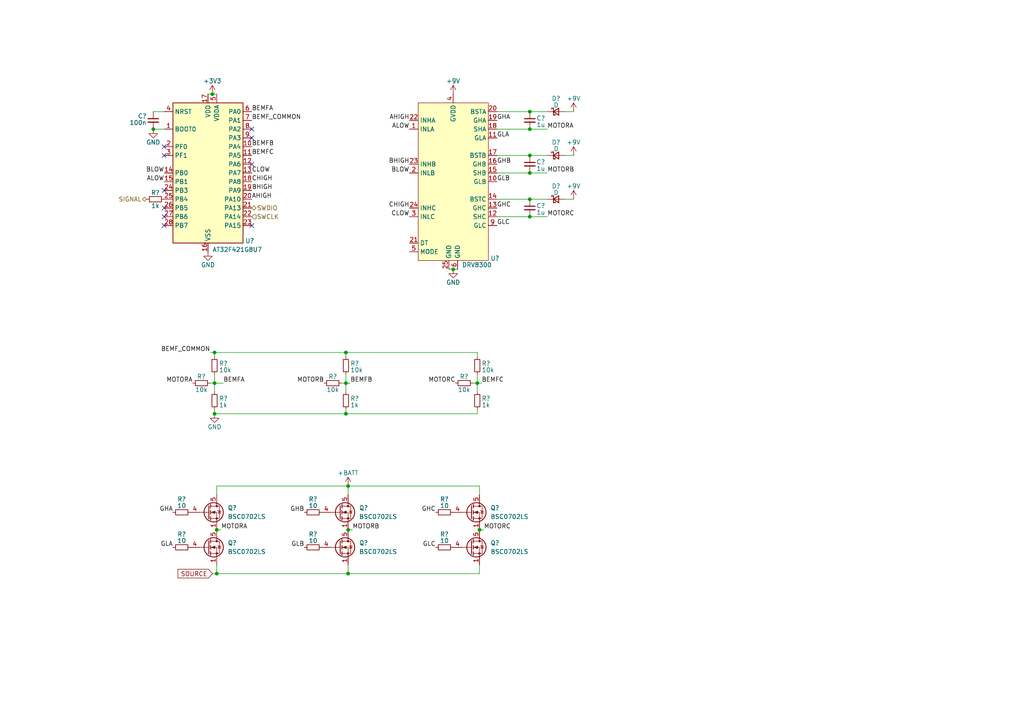
<source format=kicad_sch>
(kicad_sch (version 20230121) (generator eeschema)
  (paper "A4")
  (lib_symbols
    (symbol "Device:C_Small" (pin_numbers hide) (pin_names (offset 0.254) hide)
      (property "Reference" "C" (at 0.254 1.778 0))
      (property "Value" "C_Small" (at 0.254 -2.032 0))
      (symbol "C_Small_0_1"
        (polyline (pts (xy -1.524 -0.508) (xy 1.524 -0.508)) (stroke (width 0.3302)))
        (polyline (pts (xy -1.524 0.508) (xy 1.524 0.508)) (stroke (width 0.3048)))
      )
      (symbol "C_Small_1_1"
        (pin passive line (at 0 2.54 270) (length 2.032) (name "~") (number "1"))
        (pin passive line (at 0 -2.54 90) (length 2.032) (name "~") (number "2"))
      )
    )
    (symbol "Device:D_Schottky_Small" (pin_numbers hide) (pin_names (offset 0.254) hide)
      (property "Reference" "D" (at -1.27 2.032 0))
      (property "Value" "D_Schottky_Small" (at -7.112 -2.032 0))
      (symbol "D_Schottky_Small_0_1"
        (polyline (pts (xy -0.762 0) (xy 0.762 0)))
        (polyline (pts (xy 0.762 -1.016) (xy -0.762 0) (xy 0.762 1.016) (xy 0.762 -1.016)) (stroke (width 0.254)))
        (polyline (pts (xy -1.27 0.762) (xy -1.27 1.016) (xy -0.762 1.016) (xy -0.762 -1.016) (xy -0.254 -1.016) (xy -0.254 -0.762)) (stroke (width 0.254)))
      )
      (symbol "D_Schottky_Small_1_1"
        (pin passive line (at -2.54 0 0) (length 1.778) (name "K") (number "1"))
        (pin passive line (at 2.54 0 180) (length 1.778) (name "A") (number "2"))
      )
    )
    (symbol "Device:R_Small" (pin_numbers hide) (pin_names (offset 0.254) hide)
      (property "Reference" "R" (at 0.762 0.508 0))
      (property "Value" "R_Small" (at 0.762 -1.016 0))
      (symbol "R_Small_0_1"
        (rectangle (start -0.762 1.778) (end 0.762 -1.778) (stroke (width 0.2032)))
      )
      (symbol "R_Small_1_1"
        (pin passive line (at 0 2.54 270) (length 0.762) (name "~") (number "1"))
        (pin passive line (at 0 -2.54 90) (length 0.762) (name "~") (number "2"))
      )
    )
    (symbol "ESC:DRV8300"
      (property "Reference" "U" (at 5.08 22.225 0))
      (property "Value" "DRV8300" (at 5.08 20.32 0))
      (symbol "DRV8300_0_0"
        (pin input line (at -12.7 11.43 0) (length 2.54) (name "INLA") (number "1"))
        (pin output line (at 12.7 -3.81 180) (length 2.54) (name "GLB") (number "10"))
        (pin output line (at 12.7 8.89 180) (length 2.54) (name "GLA") (number "11"))
        (pin input line (at 12.7 -13.97 180) (length 2.54) (name "SHC") (number "12"))
        (pin output line (at 12.7 -11.43 180) (length 2.54) (name "GHC") (number "13"))
        (pin output line (at 12.7 -8.89 180) (length 2.54) (name "BSTC") (number "14"))
        (pin input line (at 12.7 -1.27 180) (length 2.54) (name "SHB") (number "15"))
        (pin output line (at 12.7 1.27 180) (length 2.54) (name "GHB") (number "16"))
        (pin output line (at 12.7 3.81 180) (length 2.54) (name "BSTB") (number "17"))
        (pin input line (at 12.7 11.43 180) (length 2.54) (name "SHA") (number "18"))
        (pin output line (at 12.7 13.97 180) (length 2.54) (name "GHA") (number "19"))
        (pin input line (at -12.7 -1.27 0) (length 2.54) (name "INLB") (number "2"))
        (pin output line (at 12.7 16.51 180) (length 2.54) (name "BSTA") (number "20"))
        (pin input line (at -12.7 -21.59 0) (length 2.54) (name "DT") (number "21"))
        (pin input line (at -12.7 13.97 0) (length 2.54) (name "INHA") (number "22"))
        (pin input line (at -12.7 1.27 0) (length 2.54) (name "INHB") (number "23"))
        (pin input line (at -12.7 -11.43 0) (length 2.54) (name "INHC") (number "24"))
        (pin power_in line (at -1.27 -29.21 90) (length 2.54) (name "GND") (number "25"))
        (pin input line (at -12.7 -13.97 0) (length 2.54) (name "INLC") (number "3"))
        (pin power_in line (at 0 21.59 270) (length 2.54) (name "GVDD") (number "4"))
        (pin input line (at -12.7 -24.13 0) (length 2.54) (name "MODE") (number "5"))
        (pin power_in line (at 1.27 -29.21 90) (length 2.54) (name "GND") (number "6"))
        (pin output line (at 12.7 -16.51 180) (length 2.54) (name "GLC") (number "9"))
      )
      (symbol "DRV8300_1_0"
        (pin no_connect line (at -12.065 -31.115 0) (length 2.54) hide (name "NC") (number "7"))
        (pin no_connect line (at -12.065 -33.655 0) (length 2.54) hide (name "NC") (number "8"))
      )
      (symbol "DRV8300_1_1"
        (rectangle (start -10.16 19.05) (end 10.16 -26.67) (fill (type background)))
      )
    )
    (symbol "MCU_ST_STM32F0:STM32F031G4Ux"
      (property "Reference" "U" (at -10.16 21.59 0))
      (property "Value" "STM32F031G4Ux" (at 5.08 21.59 0))
      (symbol "STM32F031G4Ux_0_1"
        (rectangle (start -10.16 -20.32) (end 10.16 20.32) (stroke (width 0.254)) (fill (type background)))
      )
      (symbol "STM32F031G4Ux_1_1"
        (pin input line (at -12.7 12.7 0) (length 2.54) (name "BOOT0") (number "1"))
        (pin bidirectional line (at 12.7 7.62 180) (length 2.54) (name "PA4") (number "10"))
        (pin bidirectional line (at 12.7 5.08 180) (length 2.54) (name "PA5") (number "11"))
        (pin bidirectional line (at 12.7 2.54 180) (length 2.54) (name "PA6") (number "12"))
        (pin bidirectional line (at 12.7 0 180) (length 2.54) (name "PA7") (number "13"))
        (pin bidirectional line (at -12.7 0 0) (length 2.54) (name "PB0") (number "14"))
        (pin bidirectional line (at -12.7 -2.54 0) (length 2.54) (name "PB1") (number "15"))
        (pin power_in line (at 0 -22.86 90) (length 2.54) (name "VSS") (number "16"))
        (pin power_in line (at 0 22.86 270) (length 2.54) (name "VDD") (number "17"))
        (pin bidirectional line (at 12.7 -2.54 180) (length 2.54) (name "PA8") (number "18"))
        (pin bidirectional line (at 12.7 -5.08 180) (length 2.54) (name "PA9") (number "19"))
        (pin bidirectional line (at -12.7 7.62 0) (length 2.54) (name "PF0") (number "2"))
        (pin bidirectional line (at 12.7 -7.62 180) (length 2.54) (name "PA10") (number "20"))
        (pin bidirectional line (at 12.7 -10.16 180) (length 2.54) (name "PA13") (number "21"))
        (pin bidirectional line (at 12.7 -12.7 180) (length 2.54) (name "PA14") (number "22"))
        (pin bidirectional line (at 12.7 -15.24 180) (length 2.54) (name "PA15") (number "23"))
        (pin bidirectional line (at -12.7 -5.08 0) (length 2.54) (name "PB3") (number "24"))
        (pin bidirectional line (at -12.7 -7.62 0) (length 2.54) (name "PB4") (number "25"))
        (pin bidirectional line (at -12.7 -10.16 0) (length 2.54) (name "PB5") (number "26"))
        (pin bidirectional line (at -12.7 -12.7 0) (length 2.54) (name "PB6") (number "27"))
        (pin bidirectional line (at -12.7 -15.24 0) (length 2.54) (name "PB7") (number "28"))
        (pin bidirectional line (at -12.7 5.08 0) (length 2.54) (name "PF1") (number "3"))
        (pin input line (at -12.7 17.78 0) (length 2.54) (name "NRST") (number "4"))
        (pin power_in line (at 2.54 22.86 270) (length 2.54) (name "VDDA") (number "5"))
        (pin bidirectional line (at 12.7 17.78 180) (length 2.54) (name "PA0") (number "6"))
        (pin bidirectional line (at 12.7 15.24 180) (length 2.54) (name "PA1") (number "7"))
        (pin bidirectional line (at 12.7 12.7 180) (length 2.54) (name "PA2") (number "8"))
        (pin bidirectional line (at 12.7 10.16 180) (length 2.54) (name "PA3") (number "9"))
      )
    )
    (symbol "Transistor_FET:BSC070N10NS5" (pin_names hide)
      (property "Reference" "Q" (at 5.08 1.905 0))
      (property "Value" "BSC070N10NS5" (at 5.08 0 0))
      (symbol "BSC070N10NS5_0_1"
        (polyline (pts (xy 0.254 0) (xy -2.54 0)))
        (polyline (pts (xy 0.254 1.905) (xy 0.254 -1.905)) (stroke (width 0.254)))
        (polyline (pts (xy 0.762 -1.27) (xy 0.762 -2.286)) (stroke (width 0.254)))
        (polyline (pts (xy 0.762 0.508) (xy 0.762 -0.508)) (stroke (width 0.254)))
        (polyline (pts (xy 0.762 2.286) (xy 0.762 1.27)) (stroke (width 0.254)))
        (polyline (pts (xy 2.54 2.54) (xy 2.54 1.778)))
        (polyline (pts (xy 2.54 -2.54) (xy 2.54 0) (xy 0.762 0)))
        (polyline (pts (xy 0.762 -1.778) (xy 3.302 -1.778) (xy 3.302 1.778) (xy 0.762 1.778)))
        (polyline (pts (xy 1.016 0) (xy 2.032 0.381) (xy 2.032 -0.381) (xy 1.016 0)) (fill (type outline)))
        (polyline (pts (xy 2.794 0.508) (xy 2.921 0.381) (xy 3.683 0.381) (xy 3.81 0.254)))
        (polyline (pts (xy 3.302 0.381) (xy 2.921 -0.254) (xy 3.683 -0.254) (xy 3.302 0.381)))
        (circle (center 1.651 0) (radius 2.794) (stroke (width 0.254)))
        (circle (center 2.54 -1.778) (radius 0.254) (fill (type outline)))
        (circle (center 2.54 1.778) (radius 0.254) (fill (type outline)))
      )
      (symbol "BSC070N10NS5_1_1"
        (pin passive line (at 2.54 -5.08 90) (length 2.54) (name "S") (number "1"))
        (pin passive line (at 2.54 -5.08 90) (length 2.54) hide (name "S") (number "2"))
        (pin passive line (at 2.54 -5.08 90) (length 2.54) hide (name "S") (number "3"))
        (pin passive line (at -5.08 0 0) (length 2.54) (name "G") (number "4"))
        (pin passive line (at 2.54 5.08 270) (length 2.54) (name "D") (number "5"))
      )
    )
    (symbol "power:+3V3" (power) (pin_names (offset 0))
      (property "Value" "+3V3" (at 0 3.556 0))
      (symbol "+3V3_0_1"
        (polyline (pts (xy -0.762 1.27) (xy 0 2.54)))
        (polyline (pts (xy 0 0) (xy 0 2.54)))
        (polyline (pts (xy 0 2.54) (xy 0.762 1.27)))
      )
      (symbol "+3V3_1_1"
        (pin power_in line (at 0 0 90) (length 0) hide (name "+3V3") (number "1"))
      )
    )
    (symbol "power:+9V" (power) (pin_names (offset 0))
      (property "Value" "+9V" (at 0 3.556 0))
      (symbol "+9V_0_1"
        (polyline (pts (xy -0.762 1.27) (xy 0 2.54)))
        (polyline (pts (xy 0 0) (xy 0 2.54)))
        (polyline (pts (xy 0 2.54) (xy 0.762 1.27)))
      )
      (symbol "+9V_1_1"
        (pin power_in line (at 0 0 90) (length 0) hide (name "+9V") (number "1"))
      )
    )
    (symbol "power:+BATT" (power) (pin_names (offset 0))
      (property "Value" "+BATT" (at 0 3.556 0))
      (symbol "+BATT_0_1"
        (polyline (pts (xy -0.762 1.27) (xy 0 2.54)))
        (polyline (pts (xy 0 0) (xy 0 2.54)))
        (polyline (pts (xy 0 2.54) (xy 0.762 1.27)))
      )
      (symbol "+BATT_1_1"
        (pin power_in line (at 0 0 90) (length 0) hide (name "+BATT") (number "1"))
      )
    )
    (symbol "power:GND" (power) (pin_names (offset 0))
      (property "Value" "GND" (at 0 -3.81 0))
      (symbol "GND_0_1"
        (polyline (pts (xy 0 0) (xy 0 -1.27) (xy 1.27 -1.27) (xy 0 -2.54) (xy -1.27 -1.27) (xy 0 -1.27)))
      )
      (symbol "GND_1_1"
        (pin power_in line (at 0 0 270) (length 0) hide (name "GND") (number "1"))
      )
    )
  )
  (junction (at 153.67 37.465))
  (junction (at 138.43 111.125))
  (junction (at 62.23 120.015))
  (junction (at 100.33 111.125))
  (junction (at 62.23 111.125))
  (junction (at 153.67 32.385))
  (junction (at 61.595 27.305))
  (junction (at 62.865 166.37))
  (junction (at 62.23 102.235))
  (junction (at 153.67 45.085))
  (junction (at 44.45 37.465))
  (junction (at 139.065 153.67))
  (junction (at 153.67 62.865))
  (junction (at 100.965 153.67))
  (junction (at 62.865 153.67))
  (junction (at 100.33 102.235))
  (junction (at 100.965 166.37))
  (junction (at 153.67 50.165))
  (junction (at 131.445 78.105))
  (junction (at 100.965 140.97))
  (junction (at 153.67 57.785))
  (junction (at 100.33 120.015))
  (no_connect (at 73.025 65.405))
  (no_connect (at 47.625 42.545))
  (no_connect (at 47.625 65.405))
  (no_connect (at 73.025 40.005))
  (no_connect (at 73.025 37.465))
  (no_connect (at 47.625 62.865))
  (no_connect (at 47.625 45.085))
  (no_connect (at 73.025 47.625))
  (no_connect (at 47.625 60.325))
  (no_connect (at 47.625 55.245))
  (wire (pts (xy 62.23 103.505) (xy 62.23 102.235)))
  (wire (pts (xy 62.865 153.67) (xy 64.135 153.67)))
  (wire (pts (xy 144.145 57.785) (xy 153.67 57.785)))
  (wire (pts (xy 100.33 108.585) (xy 100.33 111.125)))
  (wire (pts (xy 60.96 111.125) (xy 62.23 111.125)))
  (wire (pts (xy 100.33 111.125) (xy 100.33 113.665)))
  (wire (pts (xy 100.33 120.015) (xy 138.43 120.015)))
  (wire (pts (xy 138.43 111.125) (xy 138.43 113.665)))
  (wire (pts (xy 100.33 103.505) (xy 100.33 102.235)))
  (wire (pts (xy 44.45 32.385) (xy 47.625 32.385)))
  (wire (pts (xy 153.67 62.865) (xy 158.75 62.865)))
  (wire (pts (xy 62.23 108.585) (xy 62.23 111.125)))
  (wire (pts (xy 100.33 118.745) (xy 100.33 120.015)))
  (wire (pts (xy 44.45 37.465) (xy 47.625 37.465)))
  (wire (pts (xy 100.965 143.51) (xy 100.965 140.97)))
  (wire (pts (xy 163.83 32.385) (xy 166.37 32.385)))
  (wire (pts (xy 62.865 166.37) (xy 100.965 166.37)))
  (wire (pts (xy 62.23 120.015) (xy 100.33 120.015)))
  (wire (pts (xy 137.16 111.125) (xy 138.43 111.125)))
  (wire (pts (xy 62.23 111.125) (xy 62.23 113.665)))
  (wire (pts (xy 62.23 111.125) (xy 64.77 111.125)))
  (wire (pts (xy 163.83 45.085) (xy 166.37 45.085)))
  (wire (pts (xy 130.175 78.105) (xy 131.445 78.105)))
  (wire (pts (xy 61.595 27.305) (xy 62.865 27.305)))
  (wire (pts (xy 153.67 37.465) (xy 158.75 37.465)))
  (wire (pts (xy 144.145 32.385) (xy 153.67 32.385)))
  (wire (pts (xy 99.06 111.125) (xy 100.33 111.125)))
  (wire (pts (xy 139.065 153.67) (xy 140.335 153.67)))
  (wire (pts (xy 60.96 102.235) (xy 62.23 102.235)))
  (wire (pts (xy 61.595 166.37) (xy 62.865 166.37)))
  (wire (pts (xy 138.43 118.745) (xy 138.43 120.015)))
  (wire (pts (xy 62.865 166.37) (xy 62.865 163.83)))
  (wire (pts (xy 100.965 140.97) (xy 139.065 140.97)))
  (wire (pts (xy 60.325 27.305) (xy 61.595 27.305)))
  (wire (pts (xy 100.33 102.235) (xy 138.43 102.235)))
  (wire (pts (xy 138.43 102.235) (xy 138.43 103.505)))
  (wire (pts (xy 62.23 120.015) (xy 62.23 118.745)))
  (wire (pts (xy 62.865 140.97) (xy 62.865 143.51)))
  (wire (pts (xy 139.065 166.37) (xy 139.065 163.83)))
  (wire (pts (xy 138.43 111.125) (xy 139.7 111.125)))
  (wire (pts (xy 62.23 102.235) (xy 100.33 102.235)))
  (wire (pts (xy 144.145 37.465) (xy 153.67 37.465)))
  (wire (pts (xy 144.145 50.165) (xy 153.67 50.165)))
  (wire (pts (xy 153.67 57.785) (xy 158.75 57.785)))
  (wire (pts (xy 144.145 45.085) (xy 153.67 45.085)))
  (wire (pts (xy 153.67 50.165) (xy 158.75 50.165)))
  (wire (pts (xy 100.965 166.37) (xy 100.965 163.83)))
  (wire (pts (xy 153.67 32.385) (xy 158.75 32.385)))
  (wire (pts (xy 139.065 140.97) (xy 139.065 143.51)))
  (wire (pts (xy 100.965 166.37) (xy 139.065 166.37)))
  (wire (pts (xy 100.965 153.67) (xy 102.235 153.67)))
  (wire (pts (xy 144.145 62.865) (xy 153.67 62.865)))
  (wire (pts (xy 138.43 108.585) (xy 138.43 111.125)))
  (wire (pts (xy 163.83 57.785) (xy 166.37 57.785)))
  (wire (pts (xy 153.67 45.085) (xy 158.75 45.085)))
  (wire (pts (xy 131.445 78.105) (xy 132.715 78.105)))
  (wire (pts (xy 100.965 140.97) (xy 62.865 140.97)))
  (wire (pts (xy 100.33 111.125) (xy 101.6 111.125)))
  (label "BEMFA" (at 73.025 32.385 0))
  (label "GHC" (at 126.365 148.59 180))
  (label "MOTORA" (at 64.135 153.67 0))
  (label "BHIGH" (at 73.025 55.245 0))
  (label "BLOW" (at 47.625 50.165 180))
  (label "CLOW" (at 73.025 50.165 0))
  (label "GHA" (at 144.145 34.925 0))
  (label "GHA" (at 50.165 148.59 180))
  (label "MOTORB" (at 102.235 153.67 0))
  (label "GHC" (at 144.145 60.325 0))
  (label "GLA" (at 50.165 158.75 180))
  (label "MOTORB" (at 158.75 50.165 0))
  (label "GLB" (at 144.145 52.705 0))
  (label "BEMFB" (at 73.025 42.545 0))
  (label "BEMF_COMMON" (at 73.025 34.925 0))
  (label "MOTORA" (at 158.75 37.465 0))
  (label "BEMFC" (at 73.025 45.085 0))
  (label "ALOW" (at 118.745 37.465 180))
  (label "CHIGH" (at 73.025 52.705 0))
  (label "GLC" (at 126.365 158.75 180))
  (label "GHB" (at 88.265 148.59 180))
  (label "CLOW" (at 118.745 62.865 180))
  (label "MOTORA" (at 55.88 111.125 180))
  (label "MOTORB" (at 93.98 111.125 180))
  (label "ALOW" (at 47.625 52.705 180))
  (label "GLB" (at 88.265 158.75 180))
  (label "BEMF_COMMON" (at 60.96 102.235 180))
  (label "CHIGH" (at 118.745 60.325 180))
  (label "MOTORC" (at 132.08 111.125 180))
  (label "GLA" (at 144.145 40.005 0))
  (label "MOTORC" (at 158.75 62.865 0))
  (label "BLOW" (at 118.745 50.165 180))
  (label "BEMFC" (at 139.7 111.125 0))
  (label "AHIGH" (at 118.745 34.925 180))
  (label "AHIGH" (at 73.025 57.785 0))
  (label "BEMFA" (at 64.77 111.125 0))
  (label "BHIGH" (at 118.745 47.625 180))
  (label "MOTORC" (at 140.335 153.67 0))
  (label "GLC" (at 144.145 65.405 0))
  (label "GHB" (at 144.145 47.625 0))
  (label "BEMFB" (at 101.6 111.125 0))
  (global_label "SOURCE" (shape input) (at 61.595 166.37 180) (property "Intersheetrefs" "${INTERSHEET_REFS}" (effects hide)))
  (hierarchical_label "SWCLK" (shape input) (at 73.025 62.865 0))
  (hierarchical_label "SWDIO" (shape bidirectional) (at 73.025 60.325 0))
  (hierarchical_label "SIGNAL" (shape bidirectional) (at 42.545 57.785 180))
  (symbol (lib_id "Device:R_Small") (at 52.705 158.75 90) (unit 1)
    (property "Reference" "R?" (at 52.705 154.94 90))
    (property "Value" "10" (at 52.705 156.845 90))
    (instances (project "esc" (path "" (reference "R?") (unit 1)) (path "" (reference "R14") (unit 1)) (path "" (reference "R37") (unit 1)) (path "" (reference "R53") (unit 1)) (path "" (reference "R69") (unit 1))))
  )
  (symbol (lib_id "Device:R_Small") (at 100.33 106.045 0) (unit 1)
    (property "Reference" "R?" (at 101.6 105.41 0) (effects (justify left)))
    (property "Value" "10k" (at 101.6 107.315 0) (effects (justify left)))
    (instances (project "esc" (path "" (reference "R?") (unit 1)) (path "" (reference "R3") (unit 1)) (path "" (reference "R26") (unit 1)) (path "" (reference "R42") (unit 1)) (path "" (reference "R58") (unit 1))))
  )
  (symbol (lib_id "Device:D_Schottky_Small") (at 161.29 57.785 0) (unit 1)
    (property "Reference" "D?" (at 161.29 53.975 0))
    (property "Value" "D" (at 161.29 55.88 0))
    (instances (project "esc" (path "" (reference "D?") (unit 1)) (path "" (reference "D3") (unit 1)) (path "" (reference "D7") (unit 1)) (path "" (reference "D10") (unit 1)) (path "" (reference "D13") (unit 1))))
  )
  (symbol (lib_id "Device:R_Small") (at 128.905 148.59 90) (unit 1)
    (property "Reference" "R?" (at 128.905 144.78 90))
    (property "Value" "10" (at 128.905 146.685 90))
    (instances (project "esc" (path "" (reference "R?") (unit 1)) (path "" (reference "R13") (unit 1)) (path "" (reference "R36") (unit 1)) (path "" (reference "R52") (unit 1)) (path "" (reference "R68") (unit 1))))
  )
  (symbol (lib_id "Device:R_Small") (at 138.43 106.045 0) (unit 1)
    (property "Reference" "R?" (at 139.7 105.41 0) (effects (justify left)))
    (property "Value" "10k" (at 139.7 107.315 0) (effects (justify left)))
    (instances (project "esc" (path "" (reference "R?") (unit 1)) (path "" (reference "R4") (unit 1)) (path "" (reference "R27") (unit 1)) (path "" (reference "R43") (unit 1)) (path "" (reference "R59") (unit 1))))
  )
  (symbol (lib_id "power:+BATT") (at 100.965 140.97 0) (unit 1)
    (property "Reference" "#PWR?" (effects hide))
    (property "Value" "+BATT" (at 100.965 137.16 0))
    (instances (project "esc" (path "" (reference "#PWR?") (unit 1)) (path "" (reference "#PWR012") (unit 1)) (path "" (reference "#PWR034") (unit 1)) (path "" (reference "#PWR044") (unit 1)) (path "" (reference "#PWR054") (unit 1))))
  )
  (symbol (lib_id "Device:R_Small") (at 96.52 111.125 90) (unit 1)
    (property "Reference" "R?" (at 96.52 109.22 90))
    (property "Value" "10k" (at 96.52 113.03 90))
    (instances (project "esc" (path "" (reference "R?") (unit 1)) (path "" (reference "R6") (unit 1)) (path "" (reference "R29") (unit 1)) (path "" (reference "R45") (unit 1)) (path "" (reference "R61") (unit 1))))
  )
  (symbol (lib_id "ESC:DRV8300") (at 131.445 48.895 0) (unit 1)
    (property "Reference" "U?" (at 142.24 74.93 0) (effects (justify left)))
    (property "Value" "DRV8300" (at 133.985 76.835 0) (effects (justify left)))
    (property "Footprint" "Package_DFN_QFN:HVQFN-24-1EP_4x4mm_P0.5mm_EP2.5x2.5mm_ThermalVias" (effects hide))
    (instances (project "esc" (path "" (reference "U?") (unit 1)) (path "" (reference "U1") (unit 1)) (path "" (reference "U6") (unit 1)) (path "" (reference "U8") (unit 1)) (path "" (reference "U10") (unit 1))))
  )
  (symbol (lib_id "Device:D_Schottky_Small") (at 161.29 45.085 0) (unit 1)
    (property "Reference" "D?" (at 161.29 41.275 0))
    (property "Value" "D" (at 161.29 43.18 0))
    (instances (project "esc" (path "" (reference "D?") (unit 1)) (path "" (reference "D2") (unit 1)) (path "" (reference "D6") (unit 1)) (path "" (reference "D9") (unit 1)) (path "" (reference "D12") (unit 1))))
  )
  (symbol (lib_id "power:GND") (at 62.23 120.015 0) (unit 1)
    (property "Reference" "#PWR?" (effects hide))
    (property "Value" "GND" (at 62.23 123.825 0))
    (instances (project "esc" (path "" (reference "#PWR?") (unit 1)) (path "" (reference "#PWR09") (unit 1)) (path "" (reference "#PWR033") (unit 1)) (path "" (reference "#PWR043") (unit 1)) (path "" (reference "#PWR053") (unit 1))))
  )
  (symbol (lib_id "Device:C_Small") (at 153.67 34.925 0) (unit 1)
    (property "Reference" "C?" (at 155.575 34.29 0) (effects (justify left)))
    (property "Value" "1u" (at 155.575 36.195 0) (effects (justify left)))
    (instances (project "esc" (path "" (reference "C?") (unit 1)) (path "" (reference "C2") (unit 1)) (path "" (reference "C13") (unit 1)) (path "" (reference "C17") (unit 1)) (path "" (reference "C21") (unit 1))))
  )
  (symbol (lib_id "power:+9V") (at 131.445 27.305 0) (unit 1)
    (property "Reference" "#PWR?" (effects hide))
    (property "Value" "+9V" (at 131.445 23.495 0))
    (instances (project "esc" (path "" (reference "#PWR?") (unit 1)) (path "" (reference "#PWR02") (unit 1)) (path "" (reference "#PWR026") (unit 1)) (path "" (reference "#PWR036") (unit 1)) (path "" (reference "#PWR046") (unit 1))))
  )
  (symbol (lib_id "Device:R_Small") (at 62.23 106.045 0) (unit 1)
    (property "Reference" "R?" (at 63.5 105.41 0) (effects (justify left)))
    (property "Value" "10k" (at 63.5 107.315 0) (effects (justify left)))
    (instances (project "esc" (path "" (reference "R?") (unit 1)) (path "" (reference "R2") (unit 1)) (path "" (reference "R25") (unit 1)) (path "" (reference "R41") (unit 1)) (path "" (reference "R57") (unit 1))))
  )
  (symbol (lib_id "Device:R_Small") (at 90.805 148.59 90) (unit 1)
    (property "Reference" "R?" (at 90.805 144.78 90))
    (property "Value" "10" (at 90.805 146.685 90))
    (instances (project "esc" (path "" (reference "R?") (unit 1)) (path "" (reference "R12") (unit 1)) (path "" (reference "R35") (unit 1)) (path "" (reference "R51") (unit 1)) (path "" (reference "R67") (unit 1))))
  )
  (symbol (lib_id "Transistor_FET:BSC070N10NS5") (at 136.525 158.75 0) (unit 1)
    (property "Reference" "Q?" (at 142.24 157.48 0) (effects (justify left)))
    (property "Value" "BSC0702LS" (at 142.24 160.02 0) (effects (justify left)))
    (property "Footprint" "Package_TO_SOT_SMD:TDSON-8-1" (effects hide))
    (property "Datasheet" "http://www.infineon.com/dgdl/Infineon-BSC070N10NS5-DS-v02_01-EN.pdf?fileId=5546d4624a0bf290014a0fc62d9d6b3c" (effects hide))
    (instances (project "esc" (path "" (reference "Q?") (unit 1)) (path "" (reference "Q6") (unit 1)) (path "" (reference "Q12") (unit 1)) (path "" (reference "Q18") (unit 1)) (path "" (reference "Q24") (unit 1))))
  )
  (symbol (lib_id "power:+9V") (at 166.37 57.785 0) (unit 1)
    (property "Reference" "#PWR?" (effects hide))
    (property "Value" "+9V" (at 166.37 53.975 0))
    (instances (project "esc" (path "" (reference "#PWR?") (unit 1)) (path "" (reference "#PWR06") (unit 1)) (path "" (reference "#PWR030") (unit 1)) (path "" (reference "#PWR040") (unit 1)) (path "" (reference "#PWR050") (unit 1))))
  )
  (symbol (lib_id "Device:R_Small") (at 90.805 158.75 90) (unit 1)
    (property "Reference" "R?" (at 90.805 154.94 90))
    (property "Value" "10" (at 90.805 156.845 90))
    (instances (project "esc" (path "" (reference "R?") (unit 1)) (path "" (reference "R15") (unit 1)) (path "" (reference "R38") (unit 1)) (path "" (reference "R54") (unit 1)) (path "" (reference "R70") (unit 1))))
  )
  (symbol (lib_id "power:GND") (at 131.445 78.105 0) (unit 1)
    (property "Reference" "#PWR?" (effects hide))
    (property "Value" "GND" (at 131.445 81.915 0))
    (instances (project "esc" (path "" (reference "#PWR?") (unit 1)) (path "" (reference "#PWR08") (unit 1)) (path "" (reference "#PWR032") (unit 1)) (path "" (reference "#PWR042") (unit 1)) (path "" (reference "#PWR052") (unit 1))))
  )
  (symbol (lib_id "Transistor_FET:BSC070N10NS5") (at 98.425 148.59 0) (unit 1)
    (property "Reference" "Q?" (at 104.14 147.32 0) (effects (justify left)))
    (property "Value" "BSC0702LS" (at 104.14 149.86 0) (effects (justify left)))
    (property "Footprint" "Package_TO_SOT_SMD:TDSON-8-1" (effects hide))
    (property "Datasheet" "http://www.infineon.com/dgdl/Infineon-BSC070N10NS5-DS-v02_01-EN.pdf?fileId=5546d4624a0bf290014a0fc62d9d6b3c" (effects hide))
    (instances (project "esc" (path "" (reference "Q?") (unit 1)) (path "" (reference "Q2") (unit 1)) (path "" (reference "Q8") (unit 1)) (path "" (reference "Q14") (unit 1)) (path "" (reference "Q20") (unit 1))))
  )
  (symbol (lib_id "Device:R_Small") (at 100.33 116.205 0) (unit 1)
    (property "Reference" "R?" (at 101.6 115.57 0) (effects (justify left)))
    (property "Value" "1k" (at 101.6 117.475 0) (effects (justify left)))
    (instances (project "esc" (path "" (reference "R?") (unit 1)) (path "" (reference "R9") (unit 1)) (path "" (reference "R32") (unit 1)) (path "" (reference "R48") (unit 1)) (path "" (reference "R64") (unit 1))))
  )
  (symbol (lib_id "Device:R_Small") (at 138.43 116.205 0) (unit 1)
    (property "Reference" "R?" (at 139.7 115.57 0) (effects (justify left)))
    (property "Value" "1k" (at 139.7 117.475 0) (effects (justify left)))
    (instances (project "esc" (path "" (reference "R?") (unit 1)) (path "" (reference "R10") (unit 1)) (path "" (reference "R33") (unit 1)) (path "" (reference "R49") (unit 1)) (path "" (reference "R65") (unit 1))))
  )
  (symbol (lib_id "power:+9V") (at 166.37 45.085 0) (unit 1)
    (property "Reference" "#PWR?" (effects hide))
    (property "Value" "+9V" (at 166.37 41.275 0))
    (instances (project "esc" (path "" (reference "#PWR?") (unit 1)) (path "" (reference "#PWR05") (unit 1)) (path "" (reference "#PWR029") (unit 1)) (path "" (reference "#PWR039") (unit 1)) (path "" (reference "#PWR049") (unit 1))))
  )
  (symbol (lib_id "Device:R_Small") (at 45.085 57.785 90) (unit 1)
    (property "Reference" "R?" (at 45.085 55.88 90))
    (property "Value" "1k" (at 45.085 59.69 90))
    (instances (project "esc" (path "" (reference "R?") (unit 1)) (path "" (reference "R1") (unit 1)) (path "" (reference "R24") (unit 1)) (path "" (reference "R40") (unit 1)) (path "" (reference "R56") (unit 1))))
  )
  (symbol (lib_id "Device:C_Small") (at 153.67 60.325 0) (unit 1)
    (property "Reference" "C?" (at 155.575 59.69 0) (effects (justify left)))
    (property "Value" "1u" (at 155.575 61.595 0) (effects (justify left)))
    (instances (project "esc" (path "" (reference "C?") (unit 1)) (path "" (reference "C4") (unit 1)) (path "" (reference "C15") (unit 1)) (path "" (reference "C19") (unit 1)) (path "" (reference "C23") (unit 1))))
  )
  (symbol (lib_id "Transistor_FET:BSC070N10NS5") (at 136.525 148.59 0) (unit 1)
    (property "Reference" "Q?" (at 142.24 147.32 0) (effects (justify left)))
    (property "Value" "BSC0702LS" (at 142.24 149.86 0) (effects (justify left)))
    (property "Footprint" "Package_TO_SOT_SMD:TDSON-8-1" (effects hide))
    (property "Datasheet" "http://www.infineon.com/dgdl/Infineon-BSC070N10NS5-DS-v02_01-EN.pdf?fileId=5546d4624a0bf290014a0fc62d9d6b3c" (effects hide))
    (instances (project "esc" (path "" (reference "Q?") (unit 1)) (path "" (reference "Q3") (unit 1)) (path "" (reference "Q9") (unit 1)) (path "" (reference "Q15") (unit 1)) (path "" (reference "Q21") (unit 1))))
  )
  (symbol (lib_id "Device:R_Small") (at 134.62 111.125 90) (unit 1)
    (property "Reference" "R?" (at 134.62 109.22 90))
    (property "Value" "10k" (at 134.62 113.03 90))
    (instances (project "esc" (path "" (reference "R?") (unit 1)) (path "" (reference "R7") (unit 1)) (path "" (reference "R30") (unit 1)) (path "" (reference "R46") (unit 1)) (path "" (reference "R62") (unit 1))))
  )
  (symbol (lib_id "power:GND") (at 44.45 37.465 0) (unit 1)
    (property "Reference" "#PWR?" (effects hide))
    (property "Value" "GND" (at 44.45 41.275 0))
    (instances (project "esc" (path "" (reference "#PWR?") (unit 1)) (path "" (reference "#PWR04") (unit 1)) (path "" (reference "#PWR028") (unit 1)) (path "" (reference "#PWR038") (unit 1)) (path "" (reference "#PWR048") (unit 1))))
  )
  (symbol (lib_id "Transistor_FET:BSC070N10NS5") (at 60.325 158.75 0) (unit 1)
    (property "Reference" "Q?" (at 66.04 157.48 0) (effects (justify left)))
    (property "Value" "BSC0702LS" (at 66.04 160.02 0) (effects (justify left)))
    (property "Footprint" "Package_TO_SOT_SMD:TDSON-8-1" (effects hide))
    (property "Datasheet" "http://www.infineon.com/dgdl/Infineon-BSC070N10NS5-DS-v02_01-EN.pdf?fileId=5546d4624a0bf290014a0fc62d9d6b3c" (effects hide))
    (instances (project "esc" (path "" (reference "Q?") (unit 1)) (path "" (reference "Q4") (unit 1)) (path "" (reference "Q10") (unit 1)) (path "" (reference "Q16") (unit 1)) (path "" (reference "Q22") (unit 1))))
  )
  (symbol (lib_id "Transistor_FET:BSC070N10NS5") (at 60.325 148.59 0) (unit 1)
    (property "Reference" "Q?" (at 66.04 147.32 0) (effects (justify left)))
    (property "Value" "BSC0702LS" (at 66.04 149.86 0) (effects (justify left)))
    (property "Footprint" "Package_TO_SOT_SMD:TDSON-8-1" (effects hide))
    (property "Datasheet" "http://www.infineon.com/dgdl/Infineon-BSC070N10NS5-DS-v02_01-EN.pdf?fileId=5546d4624a0bf290014a0fc62d9d6b3c" (effects hide))
    (instances (project "esc" (path "" (reference "Q?") (unit 1)) (path "" (reference "Q1") (unit 1)) (path "" (reference "Q7") (unit 1)) (path "" (reference "Q13") (unit 1)) (path "" (reference "Q19") (unit 1))))
  )
  (symbol (lib_id "Transistor_FET:BSC070N10NS5") (at 98.425 158.75 0) (unit 1)
    (property "Reference" "Q?" (at 104.14 157.48 0) (effects (justify left)))
    (property "Value" "BSC0702LS" (at 104.14 160.02 0) (effects (justify left)))
    (property "Footprint" "Package_TO_SOT_SMD:TDSON-8-1" (effects hide))
    (property "Datasheet" "http://www.infineon.com/dgdl/Infineon-BSC070N10NS5-DS-v02_01-EN.pdf?fileId=5546d4624a0bf290014a0fc62d9d6b3c" (effects hide))
    (instances (project "esc" (path "" (reference "Q?") (unit 1)) (path "" (reference "Q5") (unit 1)) (path "" (reference "Q11") (unit 1)) (path "" (reference "Q17") (unit 1)) (path "" (reference "Q23") (unit 1))))
  )
  (symbol (lib_id "Device:C_Small") (at 44.45 34.925 0) (unit 1)
    (property "Reference" "C?" (at 42.545 33.655 0) (effects (justify right)))
    (property "Value" "100n" (at 42.545 35.56 0) (effects (justify right)))
    (instances (project "esc" (path "" (reference "C?") (unit 1)) (path "" (reference "C1") (unit 1)) (path "" (reference "C12") (unit 1)) (path "" (reference "C16") (unit 1)) (path "" (reference "C20") (unit 1))))
  )
  (symbol (lib_id "power:GND") (at 60.325 73.025 0) (unit 1)
    (property "Reference" "#PWR?" (effects hide))
    (property "Value" "GND" (at 60.325 76.835 0))
    (instances (project "esc" (path "" (reference "#PWR?") (unit 1)) (path "" (reference "#PWR07") (unit 1)) (path "" (reference "#PWR031") (unit 1)) (path "" (reference "#PWR041") (unit 1)) (path "" (reference "#PWR051") (unit 1))))
  )
  (symbol (lib_id "MCU_ST_STM32F0:STM32F031G4Ux") (at 60.325 50.165 0) (unit 1)
    (property "Reference" "U?" (at 71.12 69.85 0) (effects (justify left)))
    (property "Value" "AT32F421G8U7" (at 61.595 72.39 0) (effects (justify left)))
    (property "Footprint" "Package_DFN_QFN:QFN-28_4x4mm_P0.5mm" (effects hide))
    (property "Datasheet" "https://www.st.com/resource/en/datasheet/stm32f031g4.pdf" (effects hide))
    (instances (project "esc" (path "" (reference "U?") (unit 1)) (path "" (reference "U2") (unit 1)) (path "" (reference "U7") (unit 1)) (path "" (reference "U9") (unit 1)) (path "" (reference "U11") (unit 1))))
  )
  (symbol (lib_id "Device:C_Small") (at 153.67 47.625 0) (unit 1)
    (property "Reference" "C?" (at 155.575 46.99 0) (effects (justify left)))
    (property "Value" "1u" (at 155.575 48.895 0) (effects (justify left)))
    (instances (project "esc" (path "" (reference "C?") (unit 1)) (path "" (reference "C3") (unit 1)) (path "" (reference "C14") (unit 1)) (path "" (reference "C18") (unit 1)) (path "" (reference "C22") (unit 1))))
  )
  (symbol (lib_id "Device:R_Small") (at 58.42 111.125 90) (unit 1)
    (property "Reference" "R?" (at 58.42 109.22 90))
    (property "Value" "10k" (at 58.42 113.03 90))
    (instances (project "esc" (path "" (reference "R?") (unit 1)) (path "" (reference "R5") (unit 1)) (path "" (reference "R28") (unit 1)) (path "" (reference "R44") (unit 1)) (path "" (reference "R60") (unit 1))))
  )
  (symbol (lib_id "Device:R_Small") (at 52.705 148.59 90) (unit 1)
    (property "Reference" "R?" (at 52.705 144.78 90))
    (property "Value" "10" (at 52.705 146.685 90))
    (instances (project "esc" (path "" (reference "R?") (unit 1)) (path "" (reference "R11") (unit 1)) (path "" (reference "R34") (unit 1)) (path "" (reference "R50") (unit 1)) (path "" (reference "R66") (unit 1))))
  )
  (symbol (lib_id "power:+3V3") (at 61.595 27.305 0) (unit 1)
    (property "Reference" "#PWR?" (effects hide))
    (property "Value" "+3V3" (at 61.595 23.495 0))
    (instances (project "esc" (path "" (reference "#PWR?") (unit 1)) (path "" (reference "#PWR01") (unit 1)) (path "" (reference "#PWR025") (unit 1)) (path "" (reference "#PWR035") (unit 1)) (path "" (reference "#PWR045") (unit 1))))
  )
  (symbol (lib_id "Device:D_Schottky_Small") (at 161.29 32.385 0) (unit 1)
    (property "Reference" "D?" (at 161.29 28.575 0))
    (property "Value" "D" (at 161.29 30.48 0))
    (instances (project "esc" (path "" (reference "D?") (unit 1)) (path "" (reference "D1") (unit 1)) (path "" (reference "D5") (unit 1)) (path "" (reference "D8") (unit 1)) (path "" (reference "D11") (unit 1))))
  )
  (symbol (lib_id "Device:R_Small") (at 62.23 116.205 0) (unit 1)
    (property "Reference" "R?" (at 63.5 115.57 0) (effects (justify left)))
    (property "Value" "1k" (at 63.5 117.475 0) (effects (justify left)))
    (instances (project "esc" (path "" (reference "R?") (unit 1)) (path "" (reference "R8") (unit 1)) (path "" (reference "R31") (unit 1)) (path "" (reference "R47") (unit 1)) (path "" (reference "R63") (unit 1))))
  )
  (symbol (lib_id "power:+9V") (at 166.37 32.385 0) (unit 1)
    (property "Reference" "#PWR?" (effects hide))
    (property "Value" "+9V" (at 166.37 28.575 0))
    (instances (project "esc" (path "" (reference "#PWR?") (unit 1)) (path "" (reference "#PWR03") (unit 1)) (path "" (reference "#PWR027") (unit 1)) (path "" (reference "#PWR037") (unit 1)) (path "" (reference "#PWR047") (unit 1))))
  )
  (symbol (lib_id "Device:R_Small") (at 128.905 158.75 90) (unit 1)
    (property "Reference" "R?" (at 128.905 154.94 90))
    (property "Value" "10" (at 128.905 156.845 90))
    (instances (project "esc" (path "" (reference "R?") (unit 1)) (path "" (reference "R16") (unit 1)) (path "" (reference "R39") (unit 1)) (path "" (reference "R55") (unit 1)) (path "" (reference "R71") (unit 1))))
  )
)
</source>
